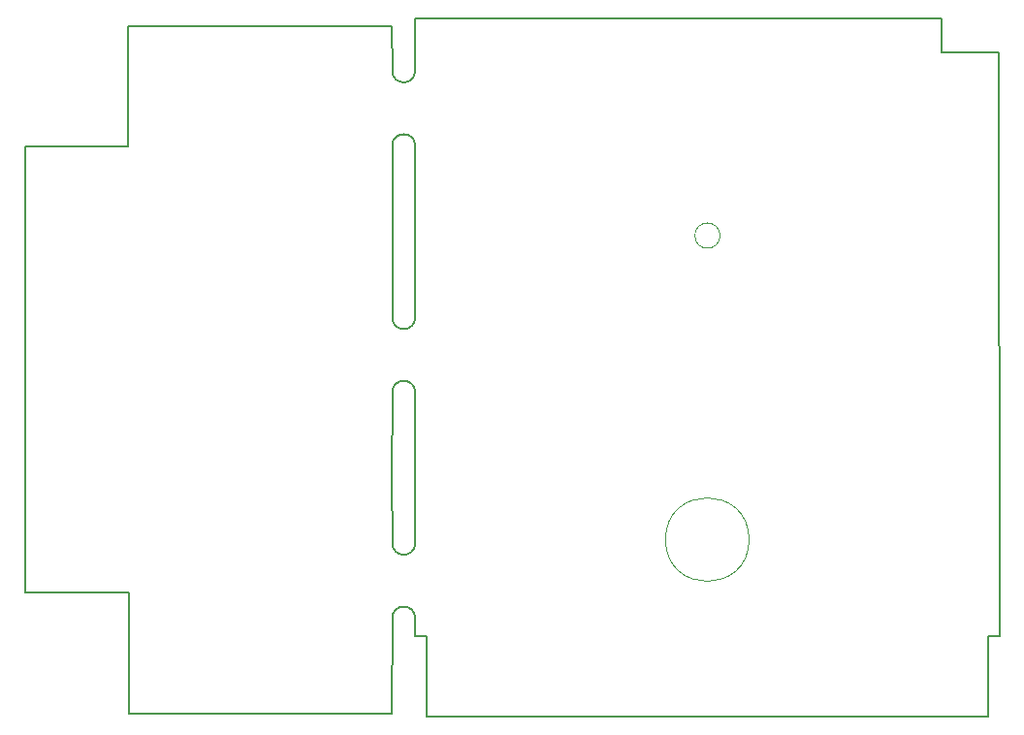
<source format=gbr>
G04 #@! TF.GenerationSoftware,KiCad,Pcbnew,(5.1.8)-1*
G04 #@! TF.CreationDate,2020-12-25T23:56:24+01:00*
G04 #@! TF.ProjectId,GBDSO,47424453-4f2e-46b6-9963-61645f706362,rev?*
G04 #@! TF.SameCoordinates,Original*
G04 #@! TF.FileFunction,Profile,NP*
%FSLAX46Y46*%
G04 Gerber Fmt 4.6, Leading zero omitted, Abs format (unit mm)*
G04 Created by KiCad (PCBNEW (5.1.8)-1) date 2020-12-25 23:56:24*
%MOMM*%
%LPD*%
G01*
G04 APERTURE LIST*
G04 #@! TA.AperFunction,Profile*
%ADD10C,0.150000*%
G04 #@! TD*
G04 #@! TA.AperFunction,Profile*
%ADD11C,0.100000*%
G04 #@! TD*
G04 APERTURE END LIST*
D10*
X136414000Y-80772000D02*
G75*
G02*
X138414000Y-80772000I1000000J0D01*
G01*
X138414000Y-74244200D02*
G75*
G02*
X136414000Y-74244200I-1000000J0D01*
G01*
X136414000Y-102311200D02*
G75*
G02*
X138414000Y-102311200I1000000J0D01*
G01*
X138414000Y-95783400D02*
G75*
G02*
X136414000Y-95783400I-1000000J0D01*
G01*
D11*
X165030409Y-88630000D02*
G75*
G03*
X165030409Y-88630000I-1100409J0D01*
G01*
D10*
X138409687Y-123628703D02*
X139409687Y-123628703D01*
X139409687Y-123628703D02*
X139409687Y-130628703D01*
X188420000Y-123630000D02*
X188420000Y-130630000D01*
X189420000Y-123630000D02*
X188420000Y-123630000D01*
X184410000Y-72630000D02*
X189410000Y-72630000D01*
X184410000Y-69630000D02*
X184410000Y-72630000D01*
X136414000Y-122021600D02*
X136410000Y-130330000D01*
X138414000Y-80772000D02*
X138414000Y-95783400D01*
X136410000Y-109900000D02*
X136414000Y-115493800D01*
X138414000Y-102311200D02*
X138410000Y-109900000D01*
X138410000Y-109900000D02*
X138414000Y-115493800D01*
X136414000Y-102311200D02*
X136410000Y-109900000D01*
X136414000Y-80772000D02*
X136414000Y-95783400D01*
X138414000Y-122021600D02*
X138410000Y-123630000D01*
X138414000Y-115493800D02*
G75*
G02*
X136414000Y-115493800I-1000000J0D01*
G01*
X136414000Y-122021600D02*
G75*
G02*
X138414000Y-122021600I1000000J0D01*
G01*
X104370000Y-80820000D02*
X104380000Y-119820000D01*
X104380000Y-119820000D02*
X113390000Y-119820000D01*
X113390000Y-119820000D02*
X113390000Y-130330000D01*
X113390000Y-130330000D02*
X136410000Y-130330000D01*
X136410000Y-70310000D02*
X136414000Y-74244200D01*
X113370000Y-70310000D02*
X136410000Y-70310000D01*
X113370000Y-80820000D02*
X113370000Y-70310000D01*
X104370000Y-80820000D02*
X113370000Y-80820000D01*
D11*
X167570000Y-115170000D02*
G75*
G03*
X167570000Y-115170000I-3650000J0D01*
G01*
D10*
X189420000Y-123630000D02*
X189410000Y-72630000D01*
X188420000Y-130630000D02*
X139410000Y-130630000D01*
X138410000Y-69630000D02*
X138414000Y-74244200D01*
X138410000Y-69630000D02*
X184410000Y-69630000D01*
M02*

</source>
